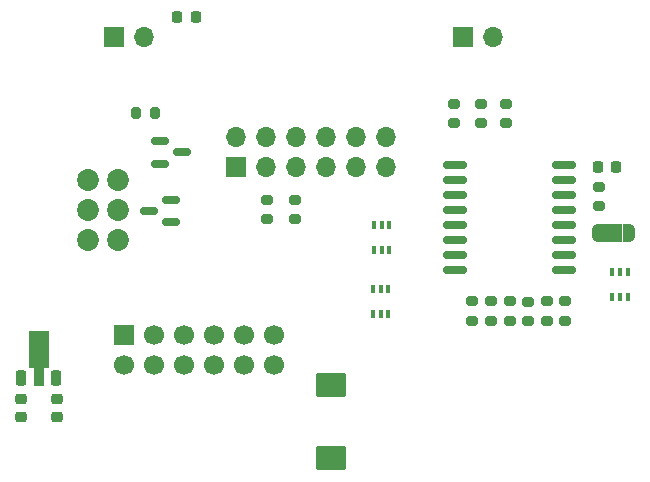
<source format=gbr>
%TF.GenerationSoftware,KiCad,Pcbnew,9.0.6*%
%TF.CreationDate,2025-12-26T20:18:54+00:00*%
%TF.ProjectId,PIDI-BOX-01-IO-6-CTRL74-A1,50494449-2d42-44f5-982d-30312d494f2d,rev?*%
%TF.SameCoordinates,Original*%
%TF.FileFunction,Soldermask,Top*%
%TF.FilePolarity,Negative*%
%FSLAX46Y46*%
G04 Gerber Fmt 4.6, Leading zero omitted, Abs format (unit mm)*
G04 Created by KiCad (PCBNEW 9.0.6) date 2025-12-26 20:18:54*
%MOMM*%
%LPD*%
G01*
G04 APERTURE LIST*
G04 Aperture macros list*
%AMRoundRect*
0 Rectangle with rounded corners*
0 $1 Rounding radius*
0 $2 $3 $4 $5 $6 $7 $8 $9 X,Y pos of 4 corners*
0 Add a 4 corners polygon primitive as box body*
4,1,4,$2,$3,$4,$5,$6,$7,$8,$9,$2,$3,0*
0 Add four circle primitives for the rounded corners*
1,1,$1+$1,$2,$3*
1,1,$1+$1,$4,$5*
1,1,$1+$1,$6,$7*
1,1,$1+$1,$8,$9*
0 Add four rect primitives between the rounded corners*
20,1,$1+$1,$2,$3,$4,$5,0*
20,1,$1+$1,$4,$5,$6,$7,0*
20,1,$1+$1,$6,$7,$8,$9,0*
20,1,$1+$1,$8,$9,$2,$3,0*%
%AMFreePoly0*
4,1,23,0.550000,-0.750000,0.000000,-0.750000,0.000000,-0.745722,-0.065263,-0.745722,-0.191342,-0.711940,-0.304381,-0.646677,-0.396677,-0.554381,-0.461940,-0.441342,-0.495722,-0.315263,-0.495722,-0.250000,-0.500000,-0.250000,-0.500000,0.250000,-0.495722,0.250000,-0.495722,0.315263,-0.461940,0.441342,-0.396677,0.554381,-0.304381,0.646677,-0.191342,0.711940,-0.065263,0.745722,0.000000,0.745722,
0.000000,0.750000,0.550000,0.750000,0.550000,-0.750000,0.550000,-0.750000,$1*%
%AMFreePoly1*
4,1,23,0.000000,0.745722,0.065263,0.745722,0.191342,0.711940,0.304381,0.646677,0.396677,0.554381,0.461940,0.441342,0.495722,0.315263,0.495722,0.250000,0.500000,0.250000,0.500000,-0.250000,0.495722,-0.250000,0.495722,-0.315263,0.461940,-0.441342,0.396677,-0.554381,0.304381,-0.646677,0.191342,-0.711940,0.065263,-0.745722,0.000000,-0.745722,0.000000,-0.750000,-0.550000,-0.750000,
-0.550000,0.750000,0.000000,0.750000,0.000000,0.745722,0.000000,0.745722,$1*%
%AMFreePoly2*
4,1,9,3.862500,-0.866500,0.737500,-0.866500,0.737500,-0.450000,-0.737500,-0.450000,-0.737500,0.450000,0.737500,0.450000,0.737500,0.866500,3.862500,0.866500,3.862500,-0.866500,3.862500,-0.866500,$1*%
G04 Aperture macros list end*
%ADD10RoundRect,0.200000X-0.275000X0.200000X-0.275000X-0.200000X0.275000X-0.200000X0.275000X0.200000X0*%
%ADD11RoundRect,0.200000X0.275000X-0.200000X0.275000X0.200000X-0.275000X0.200000X-0.275000X-0.200000X0*%
%ADD12R,1.700000X1.700000*%
%ADD13O,1.700000X1.700000*%
%ADD14FreePoly0,180.000000*%
%ADD15R,1.000000X1.500000*%
%ADD16FreePoly1,180.000000*%
%ADD17RoundRect,0.150000X-0.587500X-0.150000X0.587500X-0.150000X0.587500X0.150000X-0.587500X0.150000X0*%
%ADD18RoundRect,0.150000X0.587500X0.150000X-0.587500X0.150000X-0.587500X-0.150000X0.587500X-0.150000X0*%
%ADD19C,1.854000*%
%ADD20RoundRect,0.225000X-0.225000X-0.250000X0.225000X-0.250000X0.225000X0.250000X-0.225000X0.250000X0*%
%ADD21RoundRect,0.225000X0.225000X-0.425000X0.225000X0.425000X-0.225000X0.425000X-0.225000X-0.425000X0*%
%ADD22FreePoly2,90.000000*%
%ADD23RoundRect,0.225000X-0.250000X0.225000X-0.250000X-0.225000X0.250000X-0.225000X0.250000X0.225000X0*%
%ADD24C,1.700000*%
%ADD25RoundRect,0.200000X-0.200000X-0.275000X0.200000X-0.275000X0.200000X0.275000X-0.200000X0.275000X0*%
%ADD26R,0.355600X0.787400*%
%ADD27RoundRect,0.218750X-0.218750X-0.256250X0.218750X-0.256250X0.218750X0.256250X-0.218750X0.256250X0*%
%ADD28RoundRect,0.250000X-1.045000X0.785000X-1.045000X-0.785000X1.045000X-0.785000X1.045000X0.785000X0*%
%ADD29RoundRect,0.150000X-0.875000X-0.150000X0.875000X-0.150000X0.875000X0.150000X-0.875000X0.150000X0*%
G04 APERTURE END LIST*
%TO.C,JP3*%
G36*
X157874400Y-103620000D02*
G01*
X156374400Y-103620000D01*
X156374400Y-102120000D01*
X157874400Y-102120000D01*
X157874400Y-103620000D01*
G37*
%TD*%
D10*
%TO.C,R12*%
X155905200Y-98946200D03*
X155905200Y-100596200D03*
%TD*%
D11*
%TO.C,R11*%
X151485600Y-110299000D03*
X151485600Y-108649000D03*
%TD*%
D10*
%TO.C,R1*%
X130149600Y-100038400D03*
X130149600Y-101688400D03*
%TD*%
D12*
%TO.C,J4*%
X125183935Y-97258206D03*
D13*
X125183935Y-94718206D03*
X127723935Y-97258206D03*
X127723935Y-94718206D03*
X130263935Y-97258206D03*
X130263935Y-94718206D03*
X132803935Y-97258206D03*
X132803935Y-94718206D03*
X135343935Y-97258206D03*
X135343935Y-94718206D03*
X137883935Y-97258206D03*
X137883935Y-94718206D03*
%TD*%
D10*
%TO.C,R4*%
X145897600Y-91923600D03*
X145897600Y-93573600D03*
%TD*%
D14*
%TO.C,JP3*%
X158424400Y-102870000D03*
D15*
X157124400Y-102870000D03*
D16*
X155824400Y-102870000D03*
%TD*%
D10*
%TO.C,R2*%
X127800000Y-100025000D03*
X127800000Y-101675000D03*
%TD*%
D17*
%TO.C,U1*%
X118747300Y-95087400D03*
X118747300Y-96987400D03*
X120622300Y-96037400D03*
%TD*%
D18*
%TO.C,U2*%
X119687500Y-101950000D03*
X119687500Y-100050000D03*
X117812500Y-101000000D03*
%TD*%
D19*
%TO.C,J3*%
X115180200Y-103479600D03*
X112640200Y-103479600D03*
X115180200Y-100939600D03*
X112640200Y-100939600D03*
X115180200Y-98399600D03*
X112640200Y-98399600D03*
%TD*%
D10*
%TO.C,R3*%
X143611600Y-91923600D03*
X143611600Y-93573600D03*
%TD*%
D20*
%TO.C,C1*%
X155790600Y-97231200D03*
X157340600Y-97231200D03*
%TD*%
D12*
%TO.C,J1*%
X144360935Y-86280000D03*
D13*
X146900935Y-86280000D03*
%TD*%
D11*
%TO.C,R7*%
X148336000Y-110299000D03*
X148336000Y-108649000D03*
%TD*%
%TO.C,R10*%
X153060400Y-110299000D03*
X153060400Y-108649000D03*
%TD*%
D21*
%TO.C,IC1*%
X106958000Y-115132400D03*
D22*
X108458000Y-115044900D03*
D21*
X109958000Y-115132400D03*
%TD*%
D23*
%TO.C,C4*%
X106984800Y-116890800D03*
X106984800Y-118440800D03*
%TD*%
D12*
%TO.C,J5*%
X115671600Y-111500000D03*
D24*
X115671600Y-114040000D03*
X118211600Y-111500000D03*
X118211600Y-114040000D03*
X120751600Y-111500000D03*
X120751600Y-114040000D03*
X123291600Y-111500000D03*
X123291600Y-114040000D03*
X125831600Y-111500000D03*
X125831600Y-114040000D03*
X128371600Y-111500000D03*
X128371600Y-114040000D03*
%TD*%
D11*
%TO.C,R9*%
X145186400Y-110299000D03*
X145186400Y-108649000D03*
%TD*%
D10*
%TO.C,R5*%
X148031200Y-91923600D03*
X148031200Y-93573600D03*
%TD*%
D25*
%TO.C,R13*%
X116675400Y-92710000D03*
X118325400Y-92710000D03*
%TD*%
D26*
%TO.C,IC4*%
X136764001Y-109728000D03*
X137414000Y-109728000D03*
X138063999Y-109728000D03*
X138063999Y-107594400D03*
X137414000Y-107594400D03*
X136764001Y-107594400D03*
%TD*%
%TO.C,IC3*%
X138165599Y-102158800D03*
X137515600Y-102158800D03*
X136865601Y-102158800D03*
X136865601Y-104292400D03*
X137515600Y-104292400D03*
X138165599Y-104292400D03*
%TD*%
D27*
%TO.C,D1*%
X120218100Y-84531200D03*
X121793100Y-84531200D03*
%TD*%
D11*
%TO.C,R6*%
X149910800Y-110311200D03*
X149910800Y-108661200D03*
%TD*%
D26*
%TO.C,IC5*%
X158333199Y-106121200D03*
X157683200Y-106121200D03*
X157033201Y-106121200D03*
X157033201Y-108254800D03*
X157683200Y-108254800D03*
X158333199Y-108254800D03*
%TD*%
D28*
%TO.C,C3*%
X133248400Y-115687500D03*
X133248400Y-121927500D03*
%TD*%
D29*
%TO.C,IC2*%
X143686000Y-97104200D03*
X143686000Y-98374200D03*
X143686000Y-99644200D03*
X143686000Y-100914200D03*
X143686000Y-102184200D03*
X143686000Y-103454200D03*
X143686000Y-104724200D03*
X143686000Y-105994200D03*
X152986000Y-105994200D03*
X152986000Y-104724200D03*
X152986000Y-103454200D03*
X152986000Y-102184200D03*
X152986000Y-100914200D03*
X152986000Y-99644200D03*
X152986000Y-98374200D03*
X152986000Y-97104200D03*
%TD*%
D12*
%TO.C,J2*%
X114810400Y-86280000D03*
D13*
X117350400Y-86280000D03*
%TD*%
D23*
%TO.C,C2*%
X109982000Y-116877800D03*
X109982000Y-118427800D03*
%TD*%
D11*
%TO.C,R8*%
X146761200Y-110299000D03*
X146761200Y-108649000D03*
%TD*%
M02*

</source>
